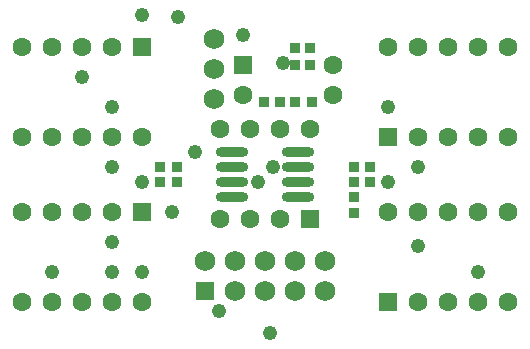
<source format=gbs>
*%FSLAX55Y55*%
*%MOMM*%
G01*
%ADD11C,0.02540*%
%ADD12C,0.15240*%
%ADD13C,0.17780*%
%ADD14C,0.18627*%
%ADD15C,0.25400*%
%ADD16C,0.38100*%
%ADD17C,1.01600*%
%ADD18C,1.21920*%
%ADD19C,1.39700*%
%ADD20C,1.52400*%
%ADD21C,1.60020*%
%ADD22C,1.72720*%
%ADD23C,1.77800*%
%ADD24C,2.03200*%
%ADD25O,2.54000X0.60960*%
%ADD26O,2.54000X0.63500*%
%ADD27O,2.74320X0.81280*%
%ADD28O,2.74320X0.83820*%
%ADD29R,0.25400X0.25400*%
%ADD30R,0.25400X0.25400*%
%ADD31R,0.27652X0.27652*%
%ADD32R,0.38100X0.38100*%
%ADD33R,0.38100X0.38100*%
%ADD34R,0.50800X0.50800*%
%ADD35R,0.50800X0.50800*%
%ADD36R,0.63500X0.63500*%
%ADD37R,0.76200X0.76200*%
%ADD38R,0.76200X0.76200*%
%ADD39R,0.76200X0.76200*%
%ADD40R,0.88900X0.88900*%
%ADD41R,0.88900X0.88900*%
%ADD42R,0.93723X0.93723*%
%ADD43R,0.96520X0.96520*%
%ADD44R,0.98497X0.98497*%
%ADD45R,1.01600X1.01600*%
%ADD46R,1.01600X1.01600*%
%ADD47R,1.01600X1.01600*%
%ADD48R,1.14300X1.14300*%
%ADD49R,1.27000X1.27000*%
%ADD50R,1.27000X1.27000*%
%ADD51R,1.27000X1.52400*%
%ADD52R,1.27000X1.27000*%
%ADD53R,1.39700X1.39700*%
%ADD54R,1.39700X1.39700*%
%ADD55R,1.39700X1.39700*%
%ADD56R,1.39700X1.39700*%
%ADD57R,1.47320X1.72720*%
%ADD58R,1.52400X1.52400*%
%ADD59R,1.60020X1.60020*%
%ADD60R,1.65100X1.65100*%
%ADD61R,1.65100X1.65100*%
%ADD62R,2.03200X2.03200*%
%ADD63R,2.54000X2.54000*%
D18*
X25539700Y21259800D02*
D03*
X25323800Y20256500D02*
D03*
X24790400Y20510500D02*
D03*
X24091900Y20383500D02*
D03*
X24345900Y20256500D02*
D03*
X23583900Y19494500D02*
D03*
X26682700Y20383500D02*
D03*
X26428700Y20256500D02*
D03*
X24993600Y19164300D02*
D03*
X27190700Y19494500D02*
D03*
X26682700Y19710400D02*
D03*
X24091900Y20891500D02*
D03*
Y19748500D02*
D03*
X25425400Y18973800D02*
D03*
X24345900Y21666200D02*
D03*
X23837900Y21145500D02*
D03*
X24091900Y19494500D02*
D03*
X25450800Y20383500D02*
D03*
X26428700Y20891500D02*
D03*
X24650700Y21653500D02*
D03*
X25196800Y21501100D02*
D03*
X24345900Y19494500D02*
D03*
X24599900Y20002500D02*
D03*
D21*
X25958800Y20993100D02*
D03*
X25196800D02*
D03*
X27444700Y20637500D02*
D03*
Y21399500D02*
D03*
X26936700D02*
D03*
Y20637500D02*
D03*
X27190700Y21399500D02*
D03*
X26682700Y20637500D02*
D03*
X27190700D02*
D03*
X26428700Y21399500D02*
D03*
X25958800Y21247100D02*
D03*
X26682700Y21399500D02*
D03*
X25006300Y19939000D02*
D03*
X25260300Y20701000D02*
D03*
Y19939000D02*
D03*
X25514300D02*
D03*
X25768300Y20701000D02*
D03*
X25006300D02*
D03*
X25514300D02*
D03*
X26682700Y19240500D02*
D03*
X26936700D02*
D03*
X27190700D02*
D03*
X27444700D02*
D03*
Y20002500D02*
D03*
X27190700D02*
D03*
X26936700D02*
D03*
X26682700D02*
D03*
X26428700D02*
D03*
X24091900D02*
D03*
X23837900D02*
D03*
X23583900D02*
D03*
X23329900D02*
D03*
Y19240500D02*
D03*
X23583900D02*
D03*
X23837900D02*
D03*
X24091900D02*
D03*
X24345900D02*
D03*
Y20637500D02*
D03*
X24091900Y21399500D02*
D03*
Y20637500D02*
D03*
X23583900D02*
D03*
Y21399500D02*
D03*
X23837900Y20637500D02*
D03*
Y21399500D02*
D03*
X23329900Y20637500D02*
D03*
Y21399500D02*
D03*
D22*
X24955500Y21463000D02*
D03*
Y20955000D02*
D03*
Y21209000D02*
D03*
X25133300Y19329400D02*
D03*
X25387300D02*
D03*
X24879300Y19583400D02*
D03*
X25133300D02*
D03*
X25387300D02*
D03*
X25641300D02*
D03*
X25895300D02*
D03*
X25641300Y19329400D02*
D03*
X25895300D02*
D03*
D27*
X25107900Y20510500D02*
D03*
D28*
X25666700D02*
D03*
Y20383500D02*
D03*
Y20256500D02*
D03*
Y20129500D02*
D03*
X25107900D02*
D03*
Y20256500D02*
D03*
Y20383500D02*
D03*
D43*
X26276300Y20256500D02*
D03*
Y20383500D02*
D03*
X26136600D02*
D03*
X24498300Y20256500D02*
D03*
X26136600Y19989800D02*
D03*
Y20129500D02*
D03*
X25781000Y20929600D02*
D03*
X25641300D02*
D03*
Y21386800D02*
D03*
Y21247100D02*
D03*
X24498300Y20383500D02*
D03*
X24638000D02*
D03*
Y20256500D02*
D03*
X26136600D02*
D03*
X25514300Y20929600D02*
D03*
X25374600D02*
D03*
X25768300Y21386800D02*
D03*
Y21247100D02*
D03*
D59*
X25196800D02*
D03*
X24879300Y19329400D02*
D03*
X26428700Y20637500D02*
D03*
X25768300Y19939000D02*
D03*
X26428700Y19240500D02*
D03*
X24345900Y20002500D02*
D03*
Y21399500D02*
D03*
M02*

</source>
